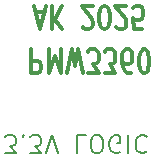
<source format=gbo>
%TF.GenerationSoftware,KiCad,Pcbnew,(5.1.4)-1*%
%TF.CreationDate,2025-05-10T17:32:09-04:00*%
%TF.ProjectId,PMW3360,504d5733-3336-4302-9e6b-696361645f70,rev?*%
%TF.SameCoordinates,Original*%
%TF.FileFunction,Legend,Bot*%
%TF.FilePolarity,Positive*%
%FSLAX46Y46*%
G04 Gerber Fmt 4.6, Leading zero omitted, Abs format (unit mm)*
G04 Created by KiCad (PCBNEW (5.1.4)-1) date 2025-05-10 17:32:09*
%MOMM*%
%LPD*%
G04 APERTURE LIST*
%ADD10C,0.300000*%
%ADD11C,0.200000*%
%ADD12C,2.200000*%
%ADD13C,1.200000*%
%ADD14R,1.200000X1.200000*%
G04 APERTURE END LIST*
D10*
X169785714Y-102345238D02*
X169785714Y-104345238D01*
X170357142Y-104345238D01*
X170500000Y-104250000D01*
X170571428Y-104154761D01*
X170642857Y-103964285D01*
X170642857Y-103678571D01*
X170571428Y-103488095D01*
X170500000Y-103392857D01*
X170357142Y-103297619D01*
X169785714Y-103297619D01*
X171285714Y-102345238D02*
X171285714Y-104345238D01*
X171785714Y-102916666D01*
X172285714Y-104345238D01*
X172285714Y-102345238D01*
X172857142Y-104345238D02*
X173214285Y-102345238D01*
X173500000Y-103773809D01*
X173785714Y-102345238D01*
X174142857Y-104345238D01*
X174571428Y-104345238D02*
X175500000Y-104345238D01*
X175000000Y-103583333D01*
X175214285Y-103583333D01*
X175357142Y-103488095D01*
X175428571Y-103392857D01*
X175500000Y-103202380D01*
X175500000Y-102726190D01*
X175428571Y-102535714D01*
X175357142Y-102440476D01*
X175214285Y-102345238D01*
X174785714Y-102345238D01*
X174642857Y-102440476D01*
X174571428Y-102535714D01*
X176000000Y-104345238D02*
X176928571Y-104345238D01*
X176428571Y-103583333D01*
X176642857Y-103583333D01*
X176785714Y-103488095D01*
X176857142Y-103392857D01*
X176928571Y-103202380D01*
X176928571Y-102726190D01*
X176857142Y-102535714D01*
X176785714Y-102440476D01*
X176642857Y-102345238D01*
X176214285Y-102345238D01*
X176071428Y-102440476D01*
X176000000Y-102535714D01*
X178214285Y-104345238D02*
X177928571Y-104345238D01*
X177785714Y-104250000D01*
X177714285Y-104154761D01*
X177571428Y-103869047D01*
X177500000Y-103488095D01*
X177500000Y-102726190D01*
X177571428Y-102535714D01*
X177642857Y-102440476D01*
X177785714Y-102345238D01*
X178071428Y-102345238D01*
X178214285Y-102440476D01*
X178285714Y-102535714D01*
X178357142Y-102726190D01*
X178357142Y-103202380D01*
X178285714Y-103392857D01*
X178214285Y-103488095D01*
X178071428Y-103583333D01*
X177785714Y-103583333D01*
X177642857Y-103488095D01*
X177571428Y-103392857D01*
X177500000Y-103202380D01*
X179285714Y-104345238D02*
X179428571Y-104345238D01*
X179571428Y-104250000D01*
X179642857Y-104154761D01*
X179714285Y-103964285D01*
X179785714Y-103583333D01*
X179785714Y-103107142D01*
X179714285Y-102726190D01*
X179642857Y-102535714D01*
X179571428Y-102440476D01*
X179428571Y-102345238D01*
X179285714Y-102345238D01*
X179142857Y-102440476D01*
X179071428Y-102535714D01*
X179000000Y-102726190D01*
X178928571Y-103107142D01*
X178928571Y-103583333D01*
X179000000Y-103964285D01*
X179071428Y-104154761D01*
X179142857Y-104250000D01*
X179285714Y-104345238D01*
D11*
X167564285Y-111121428D02*
X168492857Y-111121428D01*
X167992857Y-110550000D01*
X168207142Y-110550000D01*
X168350000Y-110478571D01*
X168421428Y-110407142D01*
X168492857Y-110264285D01*
X168492857Y-109907142D01*
X168421428Y-109764285D01*
X168350000Y-109692857D01*
X168207142Y-109621428D01*
X167778571Y-109621428D01*
X167635714Y-109692857D01*
X167564285Y-109764285D01*
X169135714Y-109764285D02*
X169207142Y-109692857D01*
X169135714Y-109621428D01*
X169064285Y-109692857D01*
X169135714Y-109764285D01*
X169135714Y-109621428D01*
X169707142Y-111121428D02*
X170635714Y-111121428D01*
X170135714Y-110550000D01*
X170350000Y-110550000D01*
X170492857Y-110478571D01*
X170564285Y-110407142D01*
X170635714Y-110264285D01*
X170635714Y-109907142D01*
X170564285Y-109764285D01*
X170492857Y-109692857D01*
X170350000Y-109621428D01*
X169921428Y-109621428D01*
X169778571Y-109692857D01*
X169707142Y-109764285D01*
X171064285Y-111121428D02*
X171564285Y-109621428D01*
X172064285Y-111121428D01*
X174421428Y-109621428D02*
X173707142Y-109621428D01*
X173707142Y-111121428D01*
X175207142Y-111121428D02*
X175492857Y-111121428D01*
X175635714Y-111050000D01*
X175778571Y-110907142D01*
X175850000Y-110621428D01*
X175850000Y-110121428D01*
X175778571Y-109835714D01*
X175635714Y-109692857D01*
X175492857Y-109621428D01*
X175207142Y-109621428D01*
X175064285Y-109692857D01*
X174921428Y-109835714D01*
X174850000Y-110121428D01*
X174850000Y-110621428D01*
X174921428Y-110907142D01*
X175064285Y-111050000D01*
X175207142Y-111121428D01*
X177278571Y-111050000D02*
X177135714Y-111121428D01*
X176921428Y-111121428D01*
X176707142Y-111050000D01*
X176564285Y-110907142D01*
X176492857Y-110764285D01*
X176421428Y-110478571D01*
X176421428Y-110264285D01*
X176492857Y-109978571D01*
X176564285Y-109835714D01*
X176707142Y-109692857D01*
X176921428Y-109621428D01*
X177064285Y-109621428D01*
X177278571Y-109692857D01*
X177350000Y-109764285D01*
X177350000Y-110264285D01*
X177064285Y-110264285D01*
X177992857Y-109621428D02*
X177992857Y-111121428D01*
X179564285Y-109764285D02*
X179492857Y-109692857D01*
X179278571Y-109621428D01*
X179135714Y-109621428D01*
X178921428Y-109692857D01*
X178778571Y-109835714D01*
X178707142Y-109978571D01*
X178635714Y-110264285D01*
X178635714Y-110478571D01*
X178707142Y-110764285D01*
X178778571Y-110907142D01*
X178921428Y-111050000D01*
X179135714Y-111121428D01*
X179278571Y-111121428D01*
X179492857Y-111050000D01*
X179564285Y-110978571D01*
D10*
X170214285Y-99216666D02*
X170928571Y-99216666D01*
X170071428Y-98645238D02*
X170571428Y-100645238D01*
X171071428Y-98645238D01*
X171571428Y-98645238D02*
X171571428Y-100645238D01*
X172428571Y-98645238D02*
X171785714Y-99788095D01*
X172428571Y-100645238D02*
X171571428Y-99502380D01*
X174142857Y-100454761D02*
X174214285Y-100550000D01*
X174357142Y-100645238D01*
X174714285Y-100645238D01*
X174857142Y-100550000D01*
X174928571Y-100454761D01*
X175000000Y-100264285D01*
X175000000Y-100073809D01*
X174928571Y-99788095D01*
X174071428Y-98645238D01*
X175000000Y-98645238D01*
X175928571Y-100645238D02*
X176071428Y-100645238D01*
X176214285Y-100550000D01*
X176285714Y-100454761D01*
X176357142Y-100264285D01*
X176428571Y-99883333D01*
X176428571Y-99407142D01*
X176357142Y-99026190D01*
X176285714Y-98835714D01*
X176214285Y-98740476D01*
X176071428Y-98645238D01*
X175928571Y-98645238D01*
X175785714Y-98740476D01*
X175714285Y-98835714D01*
X175642857Y-99026190D01*
X175571428Y-99407142D01*
X175571428Y-99883333D01*
X175642857Y-100264285D01*
X175714285Y-100454761D01*
X175785714Y-100550000D01*
X175928571Y-100645238D01*
X177000000Y-100454761D02*
X177071428Y-100550000D01*
X177214285Y-100645238D01*
X177571428Y-100645238D01*
X177714285Y-100550000D01*
X177785714Y-100454761D01*
X177857142Y-100264285D01*
X177857142Y-100073809D01*
X177785714Y-99788095D01*
X176928571Y-98645238D01*
X177857142Y-98645238D01*
X179214285Y-100645238D02*
X178500000Y-100645238D01*
X178428571Y-99692857D01*
X178500000Y-99788095D01*
X178642857Y-99883333D01*
X179000000Y-99883333D01*
X179142857Y-99788095D01*
X179214285Y-99692857D01*
X179285714Y-99502380D01*
X179285714Y-99026190D01*
X179214285Y-98835714D01*
X179142857Y-98740476D01*
X179000000Y-98645238D01*
X178642857Y-98645238D01*
X178500000Y-98740476D01*
X178428571Y-98835714D01*
%LPC*%
D12*
X144060000Y-108050000D03*
X173490000Y-108100000D03*
D13*
X166750000Y-99500000D03*
X164970000Y-99500000D03*
X163190000Y-99500000D03*
X161410000Y-99500000D03*
X159630000Y-99500000D03*
X157850000Y-99500000D03*
X156070000Y-99500000D03*
X154290000Y-99500000D03*
X165860000Y-110200000D03*
X164080000Y-110200000D03*
X162300000Y-110200000D03*
X160520000Y-110200000D03*
X158740000Y-110200000D03*
X156960000Y-110200000D03*
X155180000Y-110200000D03*
D14*
X153400000Y-110200000D03*
M02*

</source>
